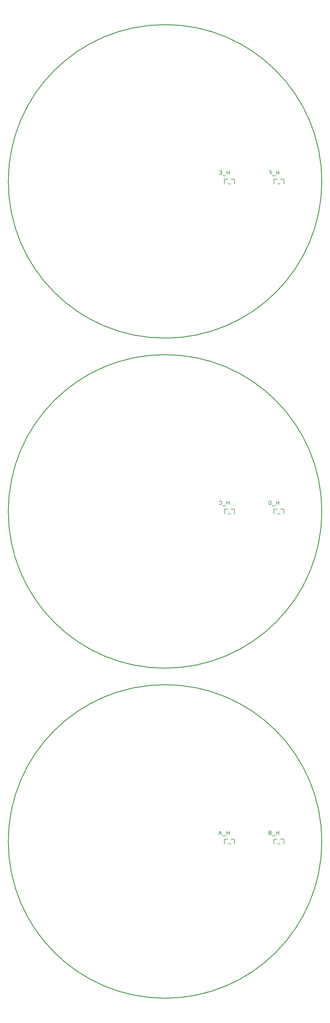
<source format=gbo>
G04 Layer: BottomSilkscreenLayer*
G04 EasyEDA v6.5.22, 2022-11-17 17:56:15*
G04 bd1838edf7794fe9965007c2dd97f0f2,c41f2f61388c4f97afb2f396c9cd50e1,10*
G04 Gerber Generator version 0.2*
G04 Scale: 100 percent, Rotated: No, Reflected: No *
G04 Dimensions in inches *
G04 leading zeros omitted , absolute positions ,3 integer and 6 decimal *
%FSLAX36Y36*%
%MOIN*%

%ADD10C,0.0060*%
%ADD11C,0.0100*%

%LPD*%
D10*
X1968469Y912809D02*
G01*
X1968469Y869854D01*
X1939834Y912809D02*
G01*
X1939834Y869854D01*
X1968469Y892354D02*
G01*
X1939834Y892354D01*
X1926333Y855536D02*
G01*
X1889515Y855536D01*
X1859651Y912809D02*
G01*
X1876014Y869854D01*
X1859651Y912809D02*
G01*
X1843288Y869854D01*
X1869879Y884173D02*
G01*
X1849425Y884173D01*
X2559059Y912802D02*
G01*
X2559059Y869902D01*
X2530460Y912802D02*
G01*
X2530460Y869902D01*
X2559059Y892402D02*
G01*
X2530460Y892402D01*
X2516959Y855502D02*
G01*
X2480060Y855502D01*
X2466559Y912802D02*
G01*
X2466559Y869902D01*
X2466559Y912802D02*
G01*
X2448159Y912802D01*
X2442060Y910801D01*
X2440060Y908701D01*
X2437960Y904601D01*
X2437960Y900502D01*
X2440060Y896401D01*
X2442060Y894402D01*
X2448159Y892402D01*
X2466559Y892402D02*
G01*
X2448159Y892402D01*
X2442060Y890302D01*
X2440060Y888301D01*
X2437960Y884202D01*
X2437960Y878002D01*
X2440060Y873901D01*
X2442060Y871902D01*
X2448159Y869902D01*
X2466559Y869902D01*
X1968509Y4849810D02*
G01*
X1968509Y4806909D01*
X1939908Y4849810D02*
G01*
X1939908Y4806909D01*
X1968509Y4829409D02*
G01*
X1939908Y4829409D01*
X1926409Y4792510D02*
G01*
X1889508Y4792510D01*
X1845408Y4839609D02*
G01*
X1847408Y4843710D01*
X1851508Y4847809D01*
X1855609Y4849810D01*
X1863809Y4849810D01*
X1867908Y4847809D01*
X1872008Y4843710D01*
X1874008Y4839609D01*
X1876009Y4833409D01*
X1876009Y4823209D01*
X1874008Y4817109D01*
X1872008Y4813009D01*
X1867908Y4808910D01*
X1863809Y4806909D01*
X1855609Y4806909D01*
X1851508Y4808910D01*
X1847408Y4813009D01*
X1845408Y4817109D01*
X2559059Y4849810D02*
G01*
X2559059Y4806909D01*
X2530460Y4849810D02*
G01*
X2530460Y4806909D01*
X2559059Y4829409D02*
G01*
X2530460Y4829409D01*
X2516959Y4792510D02*
G01*
X2480060Y4792510D01*
X2466559Y4849810D02*
G01*
X2466559Y4806909D01*
X2466559Y4849810D02*
G01*
X2452259Y4849810D01*
X2446160Y4847809D01*
X2442060Y4843710D01*
X2440060Y4839609D01*
X2437960Y4833409D01*
X2437960Y4823209D01*
X2440060Y4817109D01*
X2442060Y4813009D01*
X2446160Y4808910D01*
X2452259Y4806909D01*
X2466559Y4806909D01*
X1968509Y8786817D02*
G01*
X1968509Y8743917D01*
X1939908Y8786817D02*
G01*
X1939908Y8743917D01*
X1968509Y8766417D02*
G01*
X1939908Y8766417D01*
X1926409Y8729517D02*
G01*
X1889508Y8729517D01*
X1876009Y8786817D02*
G01*
X1876009Y8743917D01*
X1876009Y8786817D02*
G01*
X1849508Y8786817D01*
X1876009Y8766417D02*
G01*
X1859709Y8766417D01*
X1876009Y8743917D02*
G01*
X1849508Y8743917D01*
X2559061Y8786817D02*
G01*
X2559061Y8743917D01*
X2530460Y8786817D02*
G01*
X2530460Y8743917D01*
X2559061Y8766417D02*
G01*
X2530460Y8766417D01*
X2516961Y8729517D02*
G01*
X2480060Y8729517D01*
X2466561Y8786817D02*
G01*
X2466561Y8743917D01*
X2466561Y8786817D02*
G01*
X2440060Y8786817D01*
X2466561Y8766417D02*
G01*
X2450261Y8766417D01*
X1908416Y758814D02*
G01*
X1908416Y815996D01*
X1949417Y815996D01*
X2028593Y758814D02*
G01*
X2028593Y815996D01*
X1987592Y815996D01*
X1951568Y758814D02*
G01*
X1985441Y758814D01*
X2498967Y758816D02*
G01*
X2498967Y815997D01*
X2539967Y815997D01*
X2619143Y758816D02*
G01*
X2619143Y815997D01*
X2578141Y815997D01*
X2542119Y758816D02*
G01*
X2575991Y758816D01*
X1908415Y4695823D02*
G01*
X1908415Y4753006D01*
X1949417Y4753006D01*
X2028591Y4695823D02*
G01*
X2028591Y4753006D01*
X1987591Y4753006D01*
X1951567Y4695823D02*
G01*
X1985439Y4695823D01*
X2498967Y4695823D02*
G01*
X2498967Y4753006D01*
X2539967Y4753006D01*
X2619143Y4695823D02*
G01*
X2619143Y4753006D01*
X2578141Y4753006D01*
X2542119Y4695823D02*
G01*
X2575991Y4695823D01*
X1908415Y8632831D02*
G01*
X1908415Y8690012D01*
X1949417Y8690012D01*
X2028591Y8632831D02*
G01*
X2028591Y8690012D01*
X1987591Y8690012D01*
X1951567Y8632831D02*
G01*
X1985439Y8632831D01*
X2498968Y8632831D02*
G01*
X2498968Y8690012D01*
X2539969Y8690012D01*
X2619143Y8632831D02*
G01*
X2619143Y8690012D01*
X2578143Y8690012D01*
X2542120Y8632831D02*
G01*
X2575991Y8632831D01*
D11*
G75*
G01
X3070870Y4724410D02*
G03X3070870Y4724410I-1870080J0D01*
G75*
G01
X3070870Y8661420D02*
G03X3070870Y8661420I-1870080J0D01*
G75*
G01
X3070870Y787400D02*
G03X3070870Y787400I-1870080J0D01*
M02*

</source>
